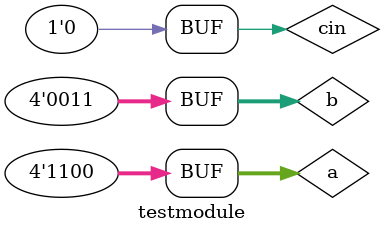
<source format=v>
module testmodule;
  reg [3:0] a;
  reg [3:0] b;
  reg cin;
  wire [3:0] sum;
  wire cout;

  multibitadder a1(.a(a), .b(b), .cin(cin), .sum(sum), .cout(cout));

  initial begin
     #0 a = 4'b0011; b = 4'b0100; cin = 1'b0;
     #5 a = 4'b1100; b = 4'b0011; cin = 1'b0;
  end

  initial begin
    $dumpfile("dump.vcd");
    $dumpvars(0, testmodule);
  end

  initial begin
    $monitor("Time=%0t, a=%b, b=%b, cin=%b, sum=%b, cout=%b", $time, a, b, cin, sum, cout);
  end
endmodule

</source>
